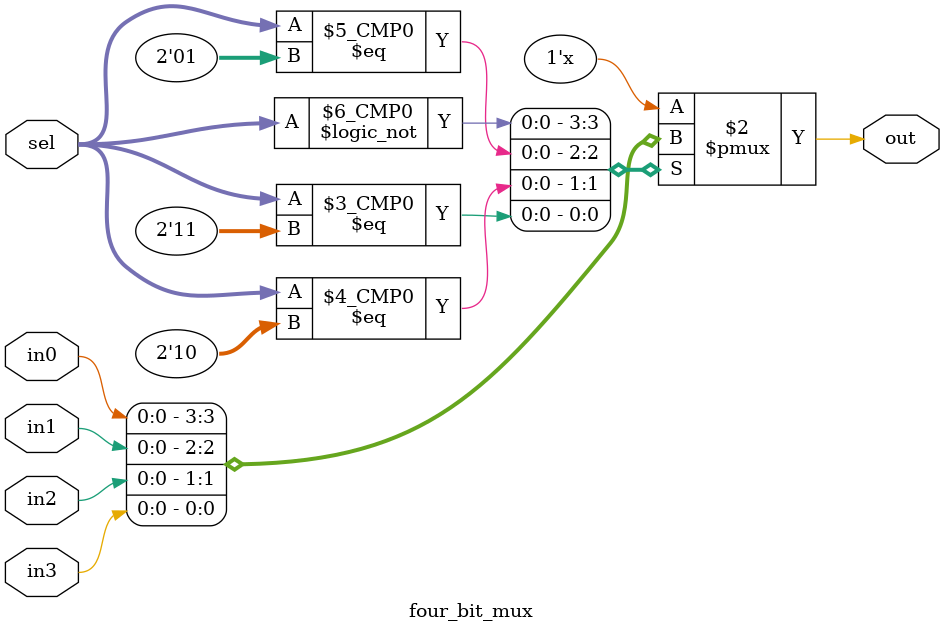
<source format=sv>
module four_bit_mux (
	input in0,
	input in1,
	input in2,
	input in3,
	input [1:0] sel,
	output reg out
);
	always @(*) begin
		case (sel)
		2'd0:
			out = in0;
		2'd1:
			out = in1;
		2'd2:
			out = in2;
		2'd3:
			out = in3;
		endcase
	end

endmodule

</source>
